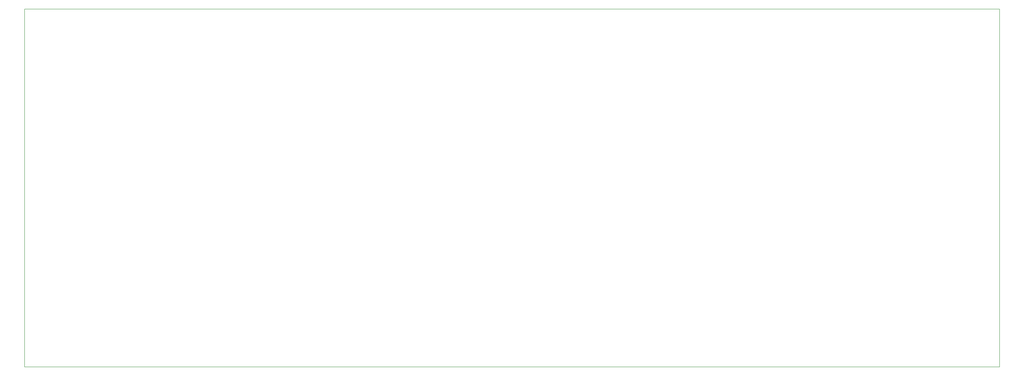
<source format=gbr>
G04 #@! TF.FileFunction,Profile,NP*
%FSLAX46Y46*%
G04 Gerber Fmt 4.6, Leading zero omitted, Abs format (unit mm)*
G04 Created by KiCad (PCBNEW 4.0.5) date 10/20/18 10:38:25*
%MOMM*%
%LPD*%
G01*
G04 APERTURE LIST*
%ADD10C,0.100000*%
%ADD11C,0.150000*%
G04 APERTURE END LIST*
D10*
D11*
X15621000Y-19558000D02*
X16256000Y-19558000D01*
X15621000Y-176276000D02*
X15621000Y-19558000D01*
X441833000Y-176276000D02*
X15621000Y-176276000D01*
X441833000Y-175514000D02*
X441833000Y-176276000D01*
X441833000Y-176149000D02*
X441833000Y-175514000D01*
X441833000Y-19558000D02*
X441833000Y-176149000D01*
X440182000Y-19558000D02*
X441833000Y-19558000D01*
X437388000Y-19558000D02*
X440182000Y-19558000D01*
X435229000Y-19558000D02*
X437388000Y-19558000D01*
X16002000Y-19558000D02*
X435229000Y-19558000D01*
M02*

</source>
